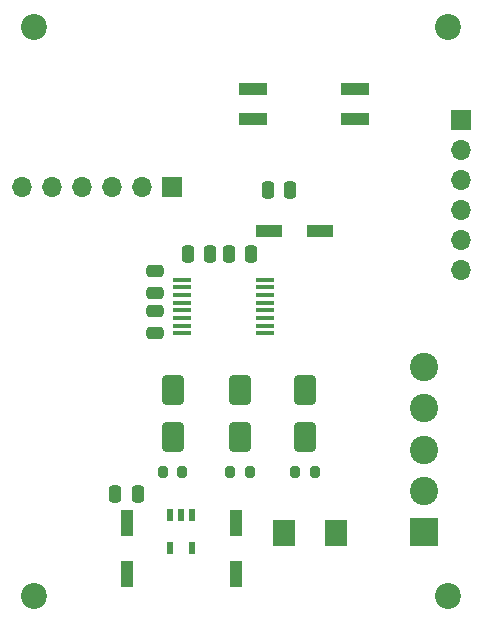
<source format=gbr>
%TF.GenerationSoftware,KiCad,Pcbnew,7.0.9*%
%TF.CreationDate,2024-01-09T17:40:00-08:00*%
%TF.ProjectId,RS-232 Logger,52532d32-3332-4204-9c6f-676765722e6b,rev?*%
%TF.SameCoordinates,Original*%
%TF.FileFunction,Soldermask,Top*%
%TF.FilePolarity,Negative*%
%FSLAX46Y46*%
G04 Gerber Fmt 4.6, Leading zero omitted, Abs format (unit mm)*
G04 Created by KiCad (PCBNEW 7.0.9) date 2024-01-09 17:40:00*
%MOMM*%
%LPD*%
G01*
G04 APERTURE LIST*
G04 Aperture macros list*
%AMRoundRect*
0 Rectangle with rounded corners*
0 $1 Rounding radius*
0 $2 $3 $4 $5 $6 $7 $8 $9 X,Y pos of 4 corners*
0 Add a 4 corners polygon primitive as box body*
4,1,4,$2,$3,$4,$5,$6,$7,$8,$9,$2,$3,0*
0 Add four circle primitives for the rounded corners*
1,1,$1+$1,$2,$3*
1,1,$1+$1,$4,$5*
1,1,$1+$1,$6,$7*
1,1,$1+$1,$8,$9*
0 Add four rect primitives between the rounded corners*
20,1,$1+$1,$2,$3,$4,$5,0*
20,1,$1+$1,$4,$5,$6,$7,0*
20,1,$1+$1,$6,$7,$8,$9,0*
20,1,$1+$1,$8,$9,$2,$3,0*%
G04 Aperture macros list end*
%ADD10RoundRect,0.250000X-0.475000X0.250000X-0.475000X-0.250000X0.475000X-0.250000X0.475000X0.250000X0*%
%ADD11R,0.599999X1.000000*%
%ADD12RoundRect,0.250000X-0.250000X-0.475000X0.250000X-0.475000X0.250000X0.475000X-0.250000X0.475000X0*%
%ADD13R,2.400000X2.400000*%
%ADD14C,2.400000*%
%ADD15RoundRect,0.250000X0.250000X0.475000X-0.250000X0.475000X-0.250000X-0.475000X0.250000X-0.475000X0*%
%ADD16RoundRect,0.250000X-0.650000X1.000000X-0.650000X-1.000000X0.650000X-1.000000X0.650000X1.000000X0*%
%ADD17R,1.700000X1.700000*%
%ADD18O,1.700000X1.700000*%
%ADD19C,2.200000*%
%ADD20RoundRect,0.200000X0.200000X0.275000X-0.200000X0.275000X-0.200000X-0.275000X0.200000X-0.275000X0*%
%ADD21R,1.609999X0.430000*%
%ADD22R,1.136599X2.177999*%
%ADD23R,2.177999X1.136599*%
%ADD24R,2.440000X1.120000*%
%ADD25R,1.879600X2.260600*%
G04 APERTURE END LIST*
D10*
%TO.C,C2*%
X40538400Y-54320400D03*
X40538400Y-56220400D03*
%TD*%
D11*
%TO.C,U2*%
X43672801Y-71624599D03*
X42722800Y-71624599D03*
X41772802Y-71624599D03*
X41772802Y-74374599D03*
X43672801Y-74374599D03*
%TD*%
D12*
%TO.C,C3*%
X43296800Y-49530000D03*
X45196800Y-49530000D03*
%TD*%
D13*
%TO.C,J2*%
X63246000Y-73086200D03*
D14*
X63246000Y-69586200D03*
X63246000Y-66086200D03*
X63246000Y-62586200D03*
X63246000Y-59086200D03*
%TD*%
D12*
%TO.C,C6*%
X50053200Y-44094400D03*
X51953200Y-44094400D03*
%TD*%
D10*
%TO.C,C1*%
X40538400Y-50916800D03*
X40538400Y-52816800D03*
%TD*%
D15*
%TO.C,C8*%
X39050000Y-69850000D03*
X37150000Y-69850000D03*
%TD*%
D16*
%TO.C,D2*%
X53225200Y-61042800D03*
X53225200Y-65042800D03*
%TD*%
D17*
%TO.C,J3*%
X66446400Y-38150800D03*
D18*
X66446400Y-40690800D03*
X66446400Y-43230800D03*
X66446400Y-45770800D03*
X66446400Y-48310800D03*
X66446400Y-50850800D03*
%TD*%
D19*
%TO.C,REF\u002A\u002A*%
X65302800Y-78475200D03*
%TD*%
D20*
%TO.C,R1*%
X54050200Y-67970400D03*
X52400200Y-67970400D03*
%TD*%
D21*
%TO.C,U1*%
X42824203Y-51674601D03*
X42824203Y-52324599D03*
X42824203Y-52974601D03*
X42824203Y-53624599D03*
X42824203Y-54274598D03*
X42824203Y-54924599D03*
X42824203Y-55574598D03*
X42824203Y-56224599D03*
X49814201Y-56224599D03*
X49814201Y-55574601D03*
X49814201Y-54924599D03*
X49814201Y-54274601D03*
X49814201Y-53624602D03*
X49814201Y-52974601D03*
X49814201Y-52324602D03*
X49814201Y-51674601D03*
%TD*%
D22*
%TO.C,C7*%
X47345600Y-72267801D03*
X47345600Y-76576199D03*
%TD*%
D20*
%TO.C,R2*%
X48513000Y-67970400D03*
X46863000Y-67970400D03*
%TD*%
D22*
%TO.C,C9*%
X38100000Y-72267801D03*
X38100000Y-76576199D03*
%TD*%
D23*
%TO.C,C5*%
X50200002Y-47599600D03*
X54508400Y-47599600D03*
%TD*%
D17*
%TO.C,J1*%
X41910000Y-43815000D03*
D18*
X39370000Y-43815000D03*
X36830000Y-43815000D03*
X34290000Y-43815000D03*
X31750000Y-43815000D03*
X29210000Y-43815000D03*
%TD*%
D24*
%TO.C,SW1*%
X48806400Y-35509200D03*
X48806400Y-38049200D03*
X57416400Y-38049200D03*
X57416400Y-35509200D03*
%TD*%
D25*
%TO.C,D1*%
X51435000Y-73101200D03*
X55854600Y-73101200D03*
%TD*%
D19*
%TO.C,REF\u002A\u002A*%
X65302800Y-30312800D03*
%TD*%
D16*
%TO.C,D3*%
X47688000Y-61042800D03*
X47688000Y-65042800D03*
%TD*%
%TO.C,D4*%
X41999400Y-61042800D03*
X41999400Y-65042800D03*
%TD*%
D15*
%TO.C,C4*%
X48666400Y-49530000D03*
X46766400Y-49530000D03*
%TD*%
D19*
%TO.C,REF\u002A\u002A*%
X30302800Y-78475200D03*
%TD*%
D20*
%TO.C,R3*%
X42824400Y-67970400D03*
X41174400Y-67970400D03*
%TD*%
D19*
%TO.C,REF\u002A\u002A*%
X30302800Y-30312800D03*
%TD*%
M02*

</source>
